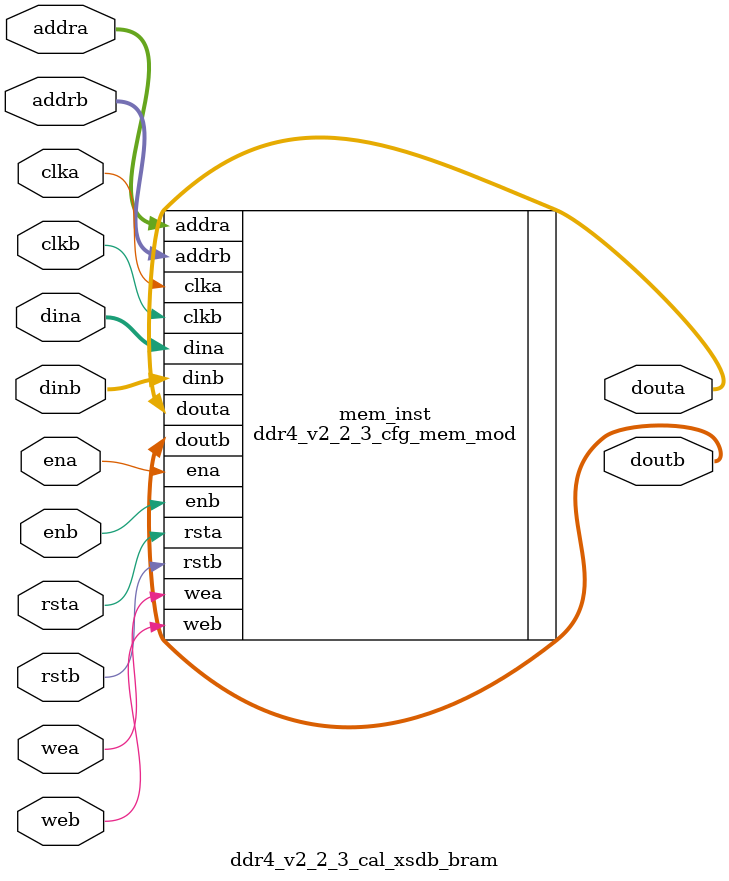
<source format=sv>
/******************************************************************************
// (c) Copyright 2013 - 2014 Xilinx, Inc. All rights reserved.
//
// This file contains confidential and proprietary information
// of Xilinx, Inc. and is protected under U.S. and
// international copyright and other intellectual property
// laws.
//
// DISCLAIMER
// This disclaimer is not a license and does not grant any
// rights to the materials distributed herewith. Except as
// otherwise provided in a valid license issued to you by
// Xilinx, and to the maximum extent permitted by applicable
// law: (1) THESE MATERIALS ARE MADE AVAILABLE "AS IS" AND
// WITH ALL FAULTS, AND XILINX HEREBY DISCLAIMS ALL WARRANTIES
// AND CONDITIONS, EXPRESS, IMPLIED, OR STATUTORY, INCLUDING
// BUT NOT LIMITED TO WARRANTIES OF MERCHANTABILITY, NON-
// INFRINGEMENT, OR FITNESS FOR ANY PARTICULAR PURPOSE; and
// (2) Xilinx shall not be liable (whether in contract or tort,
// including negligence, or under any other theory of
// liability) for any loss or damage of any kind or nature
// related to, arising under or in connection with these
// materials, including for any direct, or any indirect,
// special, incidental, or consequential loss or damage
// (including loss of data, profits, goodwill, or any type of
// loss or damage suffered as a result of any action brought
// by a third party) even if such damage or loss was
// reasonably foreseeable or Xilinx had been advised of the
// possibility of the same.
//
// CRITICAL APPLICATIONS
// Xilinx products are not designed or intended to be fail-
// safe, or for use in any application requiring fail-safe
// performance, such as life-support or safety devices or
// systems, Class III medical devices, nuclear facilities,
// applications related to the deployment of airbags, or any
// other applications that could lead to death, personal
// injury, or severe property or environmental damage
// (individually and collectively, "Critical
// Applications"). Customer assumes the sole risk and
// liability of any use of Xilinx products in Critical
// Applications, subject only to applicable laws and
// regulations governing limitations on product liability.
//
// THIS COPYRIGHT NOTICE AND DISCLAIMER MUST BE RETAINED AS
// PART OF THIS FILE AT ALL TIMES.
******************************************************************************/
//   ____  ____
//  /   /\/   /
// /___/  \  /    Vendor             : Xilinx
// \   \   \/     Version            : 2.0
//  \   \         Application        : MIG
//  /   /         Filename           : ddr4_v2_2_3_cal_xsdb_bram.sv
// /___/   /\     Date Last Modified : $Date: 2015/04/23 $
// \   \  /  \    Date Created       : Tue May 13 2014
//  \___\/\___\
//
// Device           : UltraScale
// Design Name      : DDR4 SDRAM & DDR3 SDRAM
// Purpose          :
//                   ddr4_v2_2_3_cal_xsdb_bram module
// Reference        :
// Revision History :
//*****************************************************************************
`timescale 1ns / 1ps

(* bram_map="yes" *)

module ddr4_v2_2_3_cal_xsdb_bram
    #(	
    
		parameter       	  MEM                        	  =  "DDR4"
		,parameter       	  DBYTES                     	  =  8 //4
		,parameter            START_ADDRESS                   =  18
		,parameter  		  SPREAD_SHEET_VERSION            =  2
		,parameter            RTL_VERSION                     =  0
		,parameter            MEM_CODE                        =  0
		,parameter  		  MEMORY_TYPE                     =  (MEM == "DDR4") ? 2 : 1
		,parameter            MEMORY_CONFIGURATION            =  1
		,parameter            MEMORY_VOLTAGE                  =  1
        ,parameter            CLKFBOUT_MULT_PLL               =  4
        ,parameter            DIVCLK_DIVIDE_PLL               =  1
        ,parameter            CLKOUT0_DIVIDE_PLL              =  1
        ,parameter            CLKFBOUT_MULT_MMCM              =  4
        ,parameter            DIVCLK_DIVIDE_MMCM              =  1
        ,parameter            CLKOUT0_DIVIDE_MMCM             =  4
		,parameter  		  DQBITS	                      =  64
		,parameter			  NIBBLE                          =  DQBITS/4
		,parameter  		  BITS_PER_BYTE                   =  8 //DQBITS/DBYTES
		,parameter  		  SLOTS                   =  1
		,parameter  		  ABITS                           =  10
		,parameter  		  BABITS                          =  2
		,parameter       	  BGBITS              	          =  2
		,parameter       	  CKEBITS                  		  =  4
		,parameter       	  CSBITS             	          =  4
		,parameter       	  ODTBITS                    	  =  4
		,parameter       	  DRAM_WIDTH                 	  =  8      // # of DQ per DQS
		,parameter       	  RANKS                      	  =  4 // 1      //1, 2, 3, or 4
		,parameter            S_HEIGHT                        =  1
		,parameter       	  nCK_PER_CLK                	  =  1      // # of memory CKs per fabric CLK
        ,parameter            tCK                             =  2000		
		,parameter       	  DM_DBI_SETTING             	  =  7     //// 3bits requried all 7
		,parameter            BISC_EN                         =  0
		,parameter       	  USE_CS_PORT             	      =  1     //// 1 bit
		,parameter            EXTRA_CMD_DELAY                 =  0     //// 1 bit
		,parameter            REG_CTRL_ON                     =  0     // RDIMM register control
		,parameter            CA_MIRROR                       =  0     //// 1 bit
		,parameter       	  DQS_GATE                   	  =  7
		,parameter       	  WRLVL                      	  =  7
		,parameter       	  RDLVL                      	  =  7
		,parameter       	  RDLVL_DBI                       =  7
		,parameter       	  WR_DQS_DQ                  	  =  7
		,parameter       	  WR_DQS_DM_DBI                   =  7
		,parameter            WRITE_LAT                       =  7
		,parameter       	  RDLVL_COMPLEX                   =  3     ///2 bits required all 3
		,parameter       	  WR_DQS_COMPLEX                  =  3     ///2 bits required all 3
		,parameter       	  DQS_TRACKING               	  =  3
		,parameter       	  RD_VREF                    	  =  3
		,parameter       	  RD_VREF_PATTERN                 =  3
		,parameter       	  WR_VREF                    	  =  3
		,parameter       	  WR_VREF_PATTERN                 =  3
		,parameter       	  DQS_SAMPLE_CNT             	  =  127
		,parameter       	  WRLVL_SAMPLE_CNT           	  =  255
		,parameter       	  RDLVL_SAMPLE_CNT           	  =  127
		,parameter       	  COMPLEX_LOOP_CNT           	  =  255
		,parameter       	  IODELAY_QTR_CK_TAP_CNT     	  =  255
		,parameter       	  DEBUG_MESSAGES     	          =  0
		,parameter         	  MR0                     		  =  13'b0000000110000
		,parameter         	  MR1                     		  =  13'b0000100000001 //RTT_NOM=RZQ/4 (60 Ohm)
		,parameter         	  MR2                     		  =  13'b0000000011000
		,parameter         	  MR3                     		  =  13'b0000000000000
		,parameter         	  MR4                     		  =  13'b0000000000000
		,parameter         	  MR5                     		  =  13'b0010000000000
		,parameter         	  MR6                     		  =  13'b0100000000000
		,parameter            ODTWR                           = 16'h0000
		,parameter            ODTRD                           = 16'h0000
		,parameter            SLOT0_CONFIG                    = 0     // all 9 bits
		,parameter            SLOT1_CONFIG                    = 0     // all 9 bits
		,parameter            SLOT0_FUNC_CS                   = 0     // all 9 bits
		,parameter            SLOT1_FUNC_CS                   = 0     // all 9 bits
		,parameter            SLOT0_ODD_CS                    = 0     // all 9 bits
		,parameter            SLOT1_ODD_CS                    = 0     // all 9 bits
		,parameter            DDR4_REG_RC03                   = 0     // all 9 bits
		,parameter            DDR4_REG_RC04                   = 0     // all 9 bits
		,parameter            DDR4_REG_RC05                   = 0     // all 9 bits
		,parameter            DDR4_REG_RC3X                   = 0     // all 9 bits
		
		,parameter         	  MR0_0                   		  =  MR0[8:0]
		,parameter         	  MR0_1                   		  =  {5'b0,MR0[12:9]}
		,parameter         	  MR1_0                   		  =  MR1[8:0]
		,parameter         	  MR1_1                   		  =  {5'b0,MR1[12:9]}
		,parameter         	  MR2_0                   	 	  =  MR2[8:0]
		,parameter         	  MR2_1                   		  =  {5'b0,MR2[12:9]}
		,parameter         	  MR3_0                   		  =  MR3[8:0]
		,parameter         	  MR3_1                   		  =  {5'b0,MR3[12:9]}
		,parameter         	  MR4_0                   		  =  MR4[8:0]
		,parameter         	  MR4_1                   		  =  {5'b0,MR4[12:9]}
		,parameter         	  MR5_0                   		  =  MR5[8:0]
		,parameter         	  MR5_1                   		  =  {5'b0,MR5[12:9]}
		,parameter         	  MR6_0                   		  =  MR6[8:0]
		,parameter         	  MR6_1                   		  =  {5'b0,MR6[12:9]}
  
       ,parameter NUM_BRAMS    = 1
	   ,parameter SIZE         = 36 * 1024 * NUM_BRAMS
    // Specify INITs as 9 bit blocks (256 locations per blockRAM)
       ,parameter ADDR_WIDTH   = 16
	   ,parameter DATA_WIDTH   = 9
       ,parameter PIPELINE_REG = 1 
    )
  (
	
		clka,
		clkb,
		ena,
		enb,
		addra,
		addrb,
		dina,
		dinb,
		douta,
		doutb,
		wea,
		web,
		rsta,
		rstb
);
input clka;
input clkb;
input ena;
input enb;
input [ADDR_WIDTH-1:0]addra;
input [ADDR_WIDTH-1:0]addrb;
input [DATA_WIDTH-1:0]dina;
input [DATA_WIDTH-1:0]dinb;
input wea;
input web;
input rsta;
input rstb;
output reg [DATA_WIDTH-1:0]douta;
output reg [DATA_WIDTH-1:0]doutb;


// Initial values to the BlockRam 0
localparam [8:0] mem0_init_0 = {4'b0,START_ADDRESS[4:0]};
localparam [8:0] mem0_init_1 = 9'b0;
localparam [8:0] mem0_init_2 = 9'b0;
localparam [8:0] mem0_init_3 = {5'b0,SPREAD_SHEET_VERSION[3:0]};
localparam [8:0] mem0_init_4 = {6'b0,MEMORY_TYPE[2:0]};
localparam [8:0] mem0_init_5 = {7'b0,RANKS[1:0]};
localparam [8:0] mem0_init_6 = DBYTES[8:0]; // MAN - repeats DBYTES parameter (may hardwire to BYTES for initial SW compatability)
localparam [8:0] mem0_init_7 = NIBBLE[8:0];
localparam [8:0] mem0_init_8 = BITS_PER_BYTE[8:0];
localparam [8:0] mem0_init_9 = 9'b1;
localparam [8:0] mem0_init_10 = 9'b1;
localparam [8:0] mem0_init_11 = 9'b1;
localparam [8:0] mem0_init_12 = SLOTS;
localparam [8:0] mem0_init_13 = 9'b0;
localparam [8:0] mem0_init_14 = 9'b0;
localparam [8:0] mem0_init_15 = 9'b0;
localparam [8:0] mem0_init_16 = 9'b0;
localparam [8:0] mem0_init_17 = 9'b0;
localparam [8:0] mem0_init_18 = RTL_VERSION[8:0];
localparam [8:0] mem0_init_19 = 9'b0;
localparam [8:0] mem0_init_20 = NUM_BRAMS[8:0];
localparam [8:0] mem0_init_21 = {BGBITS[1:0],BABITS[1:0],ABITS[4:0]};
localparam [8:0] mem0_init_22 = {ODTBITS[2:0],CSBITS[2:0],CKEBITS[2:0]};
localparam [8:0] mem0_init_23 = DBYTES[8:0];
localparam [8:0] mem0_init_24 = DRAM_WIDTH[8:0];
localparam [8:0] mem0_init_25 = {CA_MIRROR[0],REG_CTRL_ON[0],EXTRA_CMD_DELAY[0],USE_CS_PORT[0],BISC_EN[0],DM_DBI_SETTING[2:0],nCK_PER_CLK[0]};
localparam [8:0] mem0_init_26 = {RDLVL[2:0],WRLVL[2:0],DQS_GATE[2:0]};
localparam [8:0] mem0_init_27 = {WR_DQS_DM_DBI[2:0],WR_DQS_DQ[2:0],RDLVL_DBI[2:0]};
localparam [8:0] mem0_init_28 = {WR_DQS_COMPLEX[2:0],RDLVL_COMPLEX[2:0],WRITE_LAT[2:0]};
localparam [8:0] mem0_init_29 = {DEBUG_MESSAGES[0],RD_VREF_PATTERN[1:0],WR_VREF_PATTERN[1:0],RD_VREF[1:0],WR_VREF[1:0]};
localparam [8:0] mem0_init_30 = {7'b0,DQS_TRACKING[1:0]};
localparam [8:0] mem0_init_31 = DQS_SAMPLE_CNT[8:0];
localparam [8:0] mem0_init_32 = WRLVL_SAMPLE_CNT[8:0];
localparam [8:0] mem0_init_33 = RDLVL_SAMPLE_CNT[8:0];
localparam [8:0] mem0_init_34 = COMPLEX_LOOP_CNT[8:0];
localparam [8:0] mem0_init_35 = IODELAY_QTR_CK_TAP_CNT[8:0];
localparam [8:0] mem0_init_36 = {5'b0,S_HEIGHT[3:0]};
localparam [8:0] mem0_init_37 = 9'b0;
localparam [8:0] mem0_init_38 = 9'b0;
localparam [8:0] mem0_init_39 = 9'b0;
localparam [8:0] mem0_init_40 = {1'b0, ODTWR[7:0]};
localparam [8:0] mem0_init_41 = {1'b0, ODTWR[15:8]};
localparam [8:0] mem0_init_42 = {1'b0, ODTRD[7:0]};
localparam [8:0] mem0_init_43 = {1'b0, ODTRD[15:8]};
localparam [8:0] mem0_init_44 = SLOT0_CONFIG;
localparam [8:0] mem0_init_45 = SLOT1_CONFIG;
localparam [8:0] mem0_init_46 = SLOT0_FUNC_CS;
localparam [8:0] mem0_init_47 = SLOT1_FUNC_CS;
localparam [8:0] mem0_init_48 = SLOT0_ODD_CS;
localparam [8:0] mem0_init_49 = SLOT1_ODD_CS;
localparam [8:0] mem0_init_50 = DDR4_REG_RC03;
localparam [8:0] mem0_init_51 = DDR4_REG_RC04;
localparam [8:0] mem0_init_52 = DDR4_REG_RC05;
localparam [8:0] mem0_init_53 = DDR4_REG_RC3X;
localparam [8:0] mem0_init_54 = MR0_0[8:0];
localparam [8:0] mem0_init_55 = MR0_1[8:0];
localparam [8:0] mem0_init_56 = MR1_0[8:0];
localparam [8:0] mem0_init_57 = MR1_1[8:0];
localparam [8:0] mem0_init_58 = MR2_0[8:0];
localparam [8:0] mem0_init_59 = MR2_1[8:0];
localparam [8:0] mem0_init_60 = MR3_0[8:0];
localparam [8:0] mem0_init_61 = MR3_1[8:0];
localparam [8:0] mem0_init_62 = MR4_0[8:0];
localparam [8:0] mem0_init_63 = MR4_1[8:0];
localparam [8:0] mem0_init_64 = MR5_0[8:0];
localparam [8:0] mem0_init_65 = MR5_1[8:0];
localparam [8:0] mem0_init_66 = MR6_0[8:0];
localparam [8:0] mem0_init_67 = MR6_1[8:0];
localparam [8:0] mem0_init_68 = 9'b0;
localparam [8:0] mem0_init_69 = tCK[8:0];
localparam [8:0] mem0_init_70 = tCK[16:9];
localparam [8:0] mem0_init_71 = MEMORY_CONFIGURATION[8:0];
localparam [8:0] mem0_init_72 = MEMORY_VOLTAGE[8:0];
localparam [8:0] mem0_init_73 = CLKFBOUT_MULT_PLL[8:0];
localparam [8:0] mem0_init_74 = DIVCLK_DIVIDE_PLL[8:0];
localparam [8:0] mem0_init_75 = CLKFBOUT_MULT_MMCM[8:0];
localparam [8:0] mem0_init_76 = DIVCLK_DIVIDE_MMCM[8:0];
localparam [8:0] mem0_init_77 = 9'b0;
localparam [8:0] mem0_init_78 = 9'b0;
localparam [8:0] mem0_init_79 = 9'b0;
localparam [8:0] mem0_init_80 = 9'b0;
localparam [8:0] mem0_init_81 = 9'b0;
localparam [8:0] mem0_init_82 = 9'b0;
localparam [8:0] mem0_init_83 = 9'b0;
localparam [8:0] mem0_init_84 = 9'b0;
localparam [8:0] mem0_init_85 = 9'b0;
localparam [8:0] mem0_init_86 = 9'b0;
localparam [8:0] mem0_init_87 = 9'b0;
localparam [8:0] mem0_init_88 = 9'b0;
localparam [8:0] mem0_init_89 = 9'b0;
localparam [8:0] mem0_init_90 = 9'b0;
localparam [8:0] mem0_init_91 = 9'b0;
localparam [8:0] mem0_init_92 = 9'b0;
localparam [8:0] mem0_init_93 = 9'b0;
localparam [8:0] mem0_init_94 = 9'b0;
localparam [8:0] mem0_init_95 = 9'b0;
localparam [8:0] mem0_init_96 = 9'b0;
localparam [8:0] mem0_init_97 = 9'b0;
localparam [8:0] mem0_init_98 = 9'b0;
localparam [8:0] mem0_init_99 = 9'b0;
localparam [8:0] mem0_init_100 = 9'b0;
localparam [8:0] mem0_init_101 = 9'b0;
localparam [8:0] mem0_init_102 = 9'b0;
localparam [8:0] mem0_init_103 = 9'b0;
localparam [8:0] mem0_init_104 = 9'b0;
localparam [8:0] mem0_init_105 = 9'b0;
localparam [8:0] mem0_init_106 = 9'b0;
localparam [8:0] mem0_init_107 = 9'b0;
localparam [8:0] mem0_init_108 = 9'b0;
localparam [8:0] mem0_init_109 = 9'b0;
localparam [8:0] mem0_init_110 = 9'b0;
localparam [8:0] mem0_init_111 = 9'b0;
localparam [8:0] mem0_init_112 = 9'b0;
localparam [8:0] mem0_init_113 = 9'b0;
localparam [8:0] mem0_init_114 = 9'b0;
localparam [8:0] mem0_init_115 = 9'b0;
localparam [8:0] mem0_init_116 = 9'b0;
localparam [8:0] mem0_init_117 = 9'b0;
localparam [8:0] mem0_init_118 = 9'b0;
localparam [8:0] mem0_init_119 = 9'b0;
localparam [8:0] mem0_init_120 = 9'b0;
localparam [8:0] mem0_init_121 = 9'b0;
localparam [8:0] mem0_init_122 = 9'b0;
localparam [8:0] mem0_init_123 = 9'b0;
localparam [8:0] mem0_init_124 = 9'b0;
localparam [8:0] mem0_init_125 = 9'b0;
localparam [8:0] mem0_init_126 = 9'b0;
localparam [8:0] mem0_init_127 = 9'b0;
localparam [8:0] mem0_init_128 = 9'b0;
localparam [8:0] mem0_init_129 = 9'b0;
localparam [8:0] mem0_init_130 = 9'b0;
localparam [8:0] mem0_init_131 = 9'b0;
localparam [8:0] mem0_init_132 = 9'b0;
localparam [8:0] mem0_init_133 = 9'b0;
localparam [8:0] mem0_init_134 = 9'b0;
localparam [8:0] mem0_init_135 = 9'b0;
localparam [8:0] mem0_init_136 = 9'b0;
localparam [8:0] mem0_init_137 = 9'b0;
localparam [8:0] mem0_init_138 = 9'b0;
localparam [8:0] mem0_init_139 = 9'b0;
localparam [8:0] mem0_init_140 = 9'b0;
localparam [8:0] mem0_init_141 = 9'b0;
localparam [8:0] mem0_init_142 = 9'b0;
localparam [8:0] mem0_init_143 = 9'b0;
localparam [8:0] mem0_init_144 = 9'b0;
localparam [8:0] mem0_init_145 = 9'b0;
localparam [8:0] mem0_init_146 = 9'b0;
localparam [8:0] mem0_init_147 = 9'b0;
localparam [8:0] mem0_init_148 = 9'b0;
localparam [8:0] mem0_init_149 = 9'b0;
localparam [8:0] mem0_init_150 = 9'b0;
localparam [8:0] mem0_init_151 = 9'b0;
localparam [8:0] mem0_init_152 = 9'b0;
localparam [8:0] mem0_init_153 = 9'b0;
localparam [8:0] mem0_init_154 = 9'b0;
localparam [8:0] mem0_init_155 = 9'b0;
localparam [8:0] mem0_init_156 = 9'b0;
localparam [8:0] mem0_init_157 = 9'b0;
localparam [8:0] mem0_init_158 = 9'b0;
localparam [8:0] mem0_init_159 = 9'b0;
localparam [8:0] mem0_init_160 = 9'b0;
localparam [8:0] mem0_init_161 = 9'b0;
localparam [8:0] mem0_init_162 = 9'b0;
localparam [8:0] mem0_init_163 = 9'b0;
localparam [8:0] mem0_init_164 = 9'b0;
localparam [8:0] mem0_init_165 = 9'b0;
localparam [8:0] mem0_init_166 = 9'b0;
localparam [8:0] mem0_init_167 = 9'b0;
localparam [8:0] mem0_init_168 = 9'b0;
localparam [8:0] mem0_init_169 = 9'b0;
localparam [8:0] mem0_init_170 = 9'b0;
localparam [8:0] mem0_init_171 = 9'b0;
localparam [8:0] mem0_init_172 = 9'b0;
localparam [8:0] mem0_init_173 = 9'b0;
localparam [8:0] mem0_init_174 = 9'b0;
localparam [8:0] mem0_init_175 = 9'b0;
localparam [8:0] mem0_init_176 = 9'b0;
localparam [8:0] mem0_init_177 = 9'b0;
localparam [8:0] mem0_init_178 = 9'b0;
localparam [8:0] mem0_init_179 = 9'b0;
localparam [8:0] mem0_init_180 = 9'b0;
localparam [8:0] mem0_init_181 = 9'b0;
localparam [8:0] mem0_init_182 = 9'b0;
localparam [8:0] mem0_init_183 = 9'b0;
localparam [8:0] mem0_init_184 = 9'b0;
localparam [8:0] mem0_init_185 = 9'b0;
localparam [8:0] mem0_init_186 = 9'b0;
localparam [8:0] mem0_init_187 = 9'b0;
localparam [8:0] mem0_init_188 = 9'b0;
localparam [8:0] mem0_init_189 = 9'b0;
localparam [8:0] mem0_init_190 = 9'b0;
localparam [8:0] mem0_init_191 = 9'b0;
localparam [8:0] mem0_init_192 = 9'b0;
localparam [8:0] mem0_init_193 = 9'b0;
localparam [8:0] mem0_init_194 = 9'b0;
localparam [8:0] mem0_init_195 = 9'b0;
localparam [8:0] mem0_init_196 = 9'b0;
localparam [8:0] mem0_init_197 = 9'b0;
localparam [8:0] mem0_init_198 = 9'b0;
localparam [8:0] mem0_init_199 = 9'b0;
localparam [8:0] mem0_init_200 = 9'b0;
localparam [8:0] mem0_init_201 = 9'b0;
localparam [8:0] mem0_init_202 = 9'b0;
localparam [8:0] mem0_init_203 = 9'b0;
localparam [8:0] mem0_init_204 = 9'b0;
localparam [8:0] mem0_init_205 = 9'b0;
localparam [8:0] mem0_init_206 = 9'b0;
localparam [8:0] mem0_init_207 = 9'b0;
localparam [8:0] mem0_init_208 = 9'b0;
localparam [8:0] mem0_init_209 = 9'b0;
localparam [8:0] mem0_init_210 = 9'b0;
localparam [8:0] mem0_init_211 = 9'b0;
localparam [8:0] mem0_init_212 = 9'b0;
localparam [8:0] mem0_init_213 = 9'b0;
localparam [8:0] mem0_init_214 = 9'b0;
localparam [8:0] mem0_init_215 = 9'b0;
localparam [8:0] mem0_init_216 = 9'b0;
localparam [8:0] mem0_init_217 = 9'b0;
localparam [8:0] mem0_init_218 = 9'b0;
localparam [8:0] mem0_init_219 = 9'b0;
localparam [8:0] mem0_init_220 = 9'b0;
localparam [8:0] mem0_init_221 = 9'b0;
localparam [8:0] mem0_init_222 = 9'b0;
localparam [8:0] mem0_init_223 = 9'b0;
localparam [8:0] mem0_init_224 = 9'b0;
localparam [8:0] mem0_init_225 = 9'b0;
localparam [8:0] mem0_init_226 = 9'b0;
localparam [8:0] mem0_init_227 = 9'b0;
localparam [8:0] mem0_init_228 = 9'b0;
localparam [8:0] mem0_init_229 = 9'b0;
localparam [8:0] mem0_init_230 = 9'b0;
localparam [8:0] mem0_init_231 = 9'b0;
localparam [8:0] mem0_init_232 = 9'b0;
localparam [8:0] mem0_init_233 = 9'b0;
localparam [8:0] mem0_init_234 = 9'b0;
localparam [8:0] mem0_init_235 = 9'b0;
localparam [8:0] mem0_init_236 = 9'b0;
localparam [8:0] mem0_init_237 = 9'b0;
localparam [8:0] mem0_init_238 = 9'b0;
localparam [8:0] mem0_init_239 = 9'b0;
localparam [8:0] mem0_init_240 = 9'b0;
localparam [8:0] mem0_init_241 = 9'b0;
localparam [8:0] mem0_init_242 = 9'b0;
localparam [8:0] mem0_init_243 = 9'b0;
localparam [8:0] mem0_init_244 = 9'b0;
localparam [8:0] mem0_init_245 = 9'b0;
localparam [8:0] mem0_init_246 = 9'b0;
localparam [8:0] mem0_init_247 = 9'b0;
localparam [8:0] mem0_init_248 = 9'b0;
localparam [8:0] mem0_init_249 = 9'b0;
localparam [8:0] mem0_init_250 = 9'b0;
localparam [8:0] mem0_init_251 = 9'b0;
localparam [8:0] mem0_init_252 = 9'b0;
localparam [8:0] mem0_init_253 = 9'b0;
localparam [8:0] mem0_init_254 = 9'b0;
localparam [8:0] mem0_init_255 = 9'b0;

localparam [256*9-1:0] INIT_BRAM0 = {mem0_init_255,mem0_init_254,mem0_init_253,mem0_init_252,mem0_init_251,mem0_init_250,mem0_init_249,mem0_init_248,mem0_init_247,mem0_init_246,mem0_init_245,mem0_init_244,mem0_init_243,mem0_init_242,mem0_init_241,mem0_init_240,mem0_init_239,mem0_init_238,mem0_init_237,mem0_init_236,mem0_init_235,mem0_init_234,mem0_init_233,mem0_init_232,mem0_init_231,mem0_init_230,mem0_init_229,mem0_init_228,mem0_init_227,mem0_init_226,mem0_init_225,mem0_init_224,mem0_init_223,mem0_init_222,mem0_init_221,mem0_init_220,mem0_init_219,mem0_init_218,mem0_init_217,mem0_init_216,mem0_init_215,mem0_init_214,mem0_init_213,mem0_init_212,mem0_init_211,mem0_init_210,mem0_init_209,mem0_init_208,mem0_init_207,mem0_init_206,mem0_init_205,mem0_init_204,mem0_init_203,mem0_init_202,mem0_init_201,mem0_init_200,mem0_init_199,mem0_init_198,mem0_init_197,mem0_init_196,mem0_init_195,mem0_init_194,mem0_init_193,mem0_init_192,mem0_init_191,mem0_init_190,mem0_init_189,mem0_init_188,mem0_init_187,mem0_init_186,mem0_init_185,mem0_init_184,mem0_init_183,mem0_init_182,mem0_init_181,mem0_init_180,mem0_init_179,mem0_init_178,mem0_init_177,mem0_init_176,mem0_init_175,mem0_init_174,mem0_init_173,mem0_init_172,mem0_init_171,mem0_init_170,mem0_init_169,mem0_init_168,mem0_init_167,mem0_init_166,mem0_init_165,mem0_init_164,mem0_init_163,mem0_init_162,mem0_init_161,mem0_init_160,mem0_init_159,mem0_init_158,mem0_init_157,mem0_init_156,mem0_init_155,mem0_init_154,mem0_init_153,mem0_init_152,mem0_init_151,mem0_init_150,mem0_init_149,mem0_init_148,mem0_init_147,mem0_init_146,mem0_init_145,mem0_init_144,mem0_init_143,mem0_init_142,mem0_init_141,mem0_init_140,mem0_init_139,mem0_init_138,mem0_init_137,mem0_init_136,mem0_init_135,mem0_init_134,mem0_init_133,mem0_init_132,mem0_init_131,mem0_init_130,mem0_init_129,mem0_init_128,mem0_init_127,mem0_init_126,mem0_init_125,mem0_init_124,mem0_init_123,mem0_init_122,mem0_init_121,mem0_init_120,mem0_init_119,mem0_init_118,mem0_init_117,mem0_init_116,mem0_init_115,mem0_init_114,mem0_init_113,mem0_init_112,mem0_init_111,mem0_init_110,mem0_init_109,mem0_init_108,mem0_init_107,mem0_init_106,mem0_init_105,mem0_init_104,mem0_init_103,mem0_init_102,mem0_init_101,mem0_init_100,mem0_init_99,mem0_init_98,mem0_init_97,mem0_init_96,mem0_init_95,mem0_init_94,mem0_init_93,mem0_init_92,mem0_init_91,mem0_init_90,mem0_init_89,mem0_init_88,mem0_init_87,mem0_init_86,mem0_init_85,mem0_init_84,mem0_init_83,mem0_init_82,mem0_init_81,mem0_init_80,mem0_init_79,mem0_init_78,mem0_init_77,mem0_init_76,mem0_init_75,mem0_init_74,mem0_init_73,mem0_init_72,mem0_init_71,mem0_init_70,mem0_init_69,mem0_init_68,mem0_init_67,mem0_init_66,mem0_init_65,mem0_init_64,mem0_init_63,mem0_init_62,mem0_init_61,mem0_init_60,mem0_init_59,mem0_init_58,mem0_init_57,mem0_init_56,mem0_init_55,mem0_init_54,mem0_init_53,mem0_init_52,mem0_init_51,mem0_init_50,mem0_init_49,mem0_init_48,mem0_init_47,mem0_init_46,mem0_init_45,mem0_init_44,mem0_init_43,mem0_init_42,mem0_init_41,mem0_init_40,mem0_init_39,mem0_init_38,mem0_init_37,mem0_init_36,mem0_init_35,mem0_init_34,mem0_init_33,mem0_init_32,mem0_init_31,mem0_init_30,mem0_init_29,mem0_init_28,mem0_init_27,mem0_init_26,mem0_init_25,mem0_init_24,mem0_init_23,mem0_init_22,mem0_init_21,mem0_init_20,mem0_init_19,mem0_init_18,mem0_init_17,mem0_init_16,mem0_init_15,mem0_init_14,mem0_init_13,mem0_init_12,mem0_init_11,mem0_init_10,mem0_init_9,mem0_init_8,mem0_init_7,mem0_init_6,mem0_init_5,mem0_init_4,mem0_init_3,mem0_init_2,mem0_init_1,mem0_init_0};

// Populate INIT's for rest of BlockRAMs if required
localparam [256*9*NUM_BRAMS-1:0] INIT = ( NUM_BRAMS == 1 ) ? INIT_BRAM0 : ( NUM_BRAMS == 2 ) ? {2304'b0 ,INIT_BRAM0} : {{2{2304'b0}} ,INIT_BRAM0};

ddr4_v2_2_3_cfg_mem_mod # (
               .SIZE(SIZE),
               .INIT(INIT),
               .ADDR_WIDTH(ADDR_WIDTH),
               .DATA_WIDTH(9),
               .PIPELINE_REG(PIPELINE_REG)
              )
     mem_inst (
                .clka(clka),
                .clkb(clkb),
                .ena(ena),
                .enb(enb),
                .addra(addra),
                .addrb(addrb),
                .dina(dina),
                .dinb(dinb),
                .wea(wea),
                .web(web),
                .rsta(rsta),
                .rstb(rstb),
                .douta(douta),
                .doutb(doutb)
               );

endmodule


</source>
